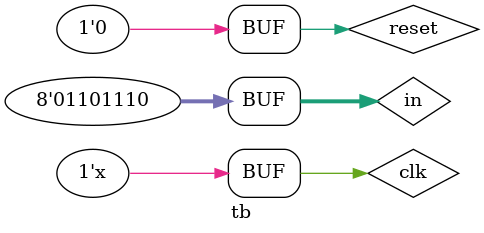
<source format=v>
`timescale 1ns / 1ps


module tb;

	// Inputs
	reg clk;
	reg reset;
	reg [7:0] in;

	// Outputs
	wire result;

	// Instantiate the Unit Under Test (UUT)
	BlockChecker uut (
		.clk(clk), 
		.reset(reset), 
		.in(in), 
		.result(result)
	);

	initial begin
		// Initialize Inputs
		clk = 0;
		reset = 0;
		in = 0;

		// Wait 100 ns for global reset to finish
		#100;
        
		// Add stimulus here
		reset = 1;
		#10;
		reset = 0;
		in = "a";
#10;

in = " ";
#10;

in = "B";
#10;

in = "E";
#10;

in = "G";
#10;

in = "i";
#10;

in = "N";
#10;

in = " ";
#10;

in = "E";
#10;

in = "n";
#10;

in = "D";
#10;

in = "C";
#10;

in = " ";
#10;

in = "e";
#10;

in = "n";
#10;

in = "d";
#10;

in = " ";
#10;

in = "e";
#10;

in = "n";
#10;

in = "d";
#10;

in = " ";
#10;

in = "B";
#10;

in = "e";
#10;

in = "G";
#10;

in = "I";
#10;

in = "n";
#10;

	end

	always #5 clk = ~clk;
      
endmodule


</source>
